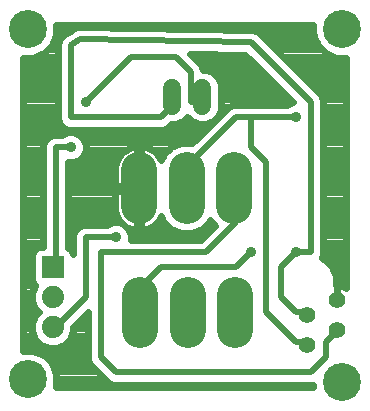
<source format=gbl>
G75*
%MOIN*%
%OFA0B0*%
%FSLAX24Y24*%
%IPPOS*%
%LPD*%
%AMOC8*
5,1,8,0,0,1.08239X$1,22.5*
%
%ADD10C,0.0560*%
%ADD11C,0.0594*%
%ADD12C,0.1185*%
%ADD13R,0.0740X0.0740*%
%ADD14C,0.0740*%
%ADD15C,0.0240*%
%ADD16C,0.0197*%
%ADD17C,0.0357*%
%ADD18C,0.1266*%
D10*
X010248Y007241D03*
X010248Y008241D03*
X011248Y007741D03*
X011248Y008741D03*
D11*
X006769Y015201D02*
X006769Y015795D01*
X005769Y015795D02*
X005769Y015201D01*
D12*
X006241Y013047D02*
X006241Y011862D01*
X007821Y011862D02*
X007821Y013047D01*
X007861Y008913D02*
X007861Y007728D01*
X006281Y007728D02*
X006281Y008913D01*
X004701Y008913D02*
X004701Y007728D01*
X004661Y011862D02*
X004661Y013047D01*
D13*
X001781Y009820D03*
D14*
X001781Y008820D03*
X001781Y007820D03*
D15*
X001900Y005900D02*
X001875Y005840D01*
X010472Y005840D01*
X010472Y005909D01*
X010463Y005905D01*
X003798Y005905D01*
X003645Y005968D01*
X003145Y006468D01*
X003145Y006468D01*
X003029Y006585D01*
X002965Y006737D01*
X002965Y008317D01*
X002467Y007820D01*
X002467Y007683D01*
X002363Y007431D01*
X002170Y007238D01*
X001917Y007133D01*
X001644Y007133D01*
X001392Y007238D01*
X001198Y007431D01*
X001094Y007683D01*
X001094Y007957D01*
X001198Y008209D01*
X001309Y008320D01*
X001198Y008431D01*
X001094Y008683D01*
X001094Y008957D01*
X001198Y009209D01*
X001201Y009212D01*
X001142Y009271D01*
X001094Y009387D01*
X001094Y010253D01*
X001142Y010369D01*
X001231Y010459D01*
X001348Y010507D01*
X001465Y010507D01*
X001465Y013903D01*
X001529Y014055D01*
X001645Y014172D01*
X001798Y014235D01*
X002095Y014235D01*
X002100Y014240D01*
X002282Y014315D01*
X002479Y014315D01*
X002661Y014240D01*
X002801Y014101D01*
X002876Y013919D01*
X002876Y013721D01*
X002801Y013539D01*
X002661Y013400D01*
X002479Y013325D01*
X002296Y013325D01*
X002296Y010473D01*
X002330Y010459D01*
X002419Y010369D01*
X002465Y010258D01*
X002465Y010903D01*
X002529Y011055D01*
X002645Y011172D01*
X002798Y011235D01*
X003595Y011235D01*
X003600Y011240D01*
X003782Y011315D01*
X003979Y011315D01*
X004116Y011259D01*
X004049Y011325D01*
X003984Y011410D01*
X003931Y011502D01*
X003890Y011600D01*
X003863Y011703D01*
X003849Y011809D01*
X003849Y012377D01*
X004584Y012377D01*
X004739Y012377D01*
X004739Y011053D01*
X004820Y011064D01*
X004923Y011091D01*
X005021Y011132D01*
X005114Y011185D01*
X005198Y011250D01*
X005273Y011325D01*
X005338Y011410D01*
X005392Y011502D01*
X005399Y011520D01*
X005470Y011347D01*
X005726Y011091D01*
X006060Y010953D01*
X006422Y010953D01*
X006756Y011091D01*
X007012Y011347D01*
X007031Y011393D01*
X007050Y011347D01*
X007185Y011212D01*
X006709Y010735D01*
X004376Y010735D01*
X004376Y010919D01*
X004301Y011101D01*
X004226Y011176D01*
X004301Y011132D01*
X004400Y011091D01*
X004502Y011064D01*
X004584Y011053D01*
X004584Y012377D01*
X004584Y012532D01*
X004584Y013856D01*
X004502Y013846D01*
X004400Y013818D01*
X004301Y013777D01*
X004209Y013724D01*
X004124Y013659D01*
X004049Y013584D01*
X003984Y013500D01*
X003931Y013407D01*
X003890Y013309D01*
X003863Y013206D01*
X003849Y013100D01*
X003849Y012532D01*
X004584Y012532D01*
X004739Y012532D01*
X004739Y013856D01*
X004820Y013846D01*
X004923Y013818D01*
X005021Y013777D01*
X005114Y013724D01*
X005198Y013659D01*
X005273Y013584D01*
X005338Y013500D01*
X005392Y013407D01*
X005399Y013390D01*
X005470Y013562D01*
X005726Y013818D01*
X006060Y013956D01*
X006422Y013956D01*
X006428Y013954D01*
X007645Y015172D01*
X007798Y015235D01*
X009595Y015235D01*
X009600Y015240D01*
X009782Y015315D01*
X009798Y015315D01*
X008206Y016908D01*
X006348Y016940D01*
X006616Y016672D01*
X006733Y016555D01*
X006793Y016409D01*
X006891Y016409D01*
X007116Y016315D01*
X007289Y016142D01*
X007383Y015917D01*
X007383Y015079D01*
X007289Y014853D01*
X007116Y014681D01*
X006891Y014587D01*
X006647Y014587D01*
X006421Y014681D01*
X006269Y014833D01*
X006116Y014681D01*
X005891Y014587D01*
X005735Y014587D01*
X005733Y014585D01*
X005616Y014468D01*
X005463Y014405D01*
X002298Y014405D01*
X002145Y014468D01*
X002029Y014585D01*
X001965Y014737D01*
X001965Y017179D01*
X001957Y017220D01*
X001965Y017261D01*
X001965Y017303D01*
X001981Y017341D01*
X001990Y017382D01*
X002013Y017417D01*
X002029Y017455D01*
X002058Y017485D01*
X002082Y017520D01*
X002116Y017543D01*
X002145Y017572D01*
X002184Y017588D01*
X002419Y017745D01*
X002452Y017776D01*
X002487Y017790D01*
X002519Y017811D01*
X002563Y017820D01*
X002605Y017837D01*
X002644Y017836D01*
X002681Y017843D01*
X002725Y017835D01*
X008384Y017735D01*
X008463Y017735D01*
X008467Y017734D01*
X008471Y017734D01*
X008543Y017702D01*
X008616Y017672D01*
X008619Y017669D01*
X008622Y017668D01*
X008677Y017611D01*
X010616Y015672D01*
X010733Y015555D01*
X010796Y015403D01*
X010796Y010237D01*
X010745Y010115D01*
X010853Y010070D01*
X011082Y009841D01*
X011207Y009541D01*
X011207Y009241D01*
X011208Y009241D01*
X011248Y009241D01*
X011248Y008741D01*
X011248Y008741D01*
X011248Y009241D01*
X011287Y009241D01*
X011365Y009229D01*
X011439Y009205D01*
X011510Y009169D01*
X011572Y009124D01*
X011572Y016812D01*
X011233Y016812D01*
X010884Y016956D01*
X010617Y017224D01*
X010472Y017573D01*
X010472Y017911D01*
X001900Y017911D01*
X001900Y017573D01*
X001755Y017224D01*
X001488Y016956D01*
X001139Y016812D01*
X000801Y016812D01*
X000801Y007039D01*
X001139Y007039D01*
X001488Y006895D01*
X001755Y006627D01*
X001900Y006278D01*
X001900Y005900D01*
X001889Y005875D02*
X010472Y005875D01*
X011248Y008975D02*
X011248Y008975D01*
X011248Y009214D02*
X011248Y009214D01*
X011412Y009214D02*
X011572Y009214D01*
X011572Y009452D02*
X011207Y009452D01*
X011145Y009691D02*
X011572Y009691D01*
X011572Y009929D02*
X010994Y009929D01*
X010767Y010168D02*
X011572Y010168D01*
X011572Y010406D02*
X010796Y010406D01*
X010796Y010645D02*
X011572Y010645D01*
X011572Y010883D02*
X010796Y010883D01*
X010796Y011122D02*
X011572Y011122D01*
X011572Y011360D02*
X010796Y011360D01*
X010796Y011599D02*
X011572Y011599D01*
X011572Y011837D02*
X010796Y011837D01*
X010796Y012076D02*
X011572Y012076D01*
X011572Y012314D02*
X010796Y012314D01*
X010796Y012553D02*
X011572Y012553D01*
X011572Y012791D02*
X010796Y012791D01*
X010796Y013030D02*
X011572Y013030D01*
X011572Y013268D02*
X010796Y013268D01*
X010796Y013507D02*
X011572Y013507D01*
X011572Y013745D02*
X010796Y013745D01*
X010796Y013984D02*
X011572Y013984D01*
X011572Y014222D02*
X010796Y014222D01*
X010796Y014461D02*
X011572Y014461D01*
X011572Y014699D02*
X010796Y014699D01*
X010796Y014938D02*
X011572Y014938D01*
X011572Y015176D02*
X010796Y015176D01*
X010791Y015415D02*
X011572Y015415D01*
X011572Y015653D02*
X010635Y015653D01*
X010396Y015892D02*
X011572Y015892D01*
X011572Y016130D02*
X010158Y016130D01*
X009919Y016369D02*
X011572Y016369D01*
X011572Y016607D02*
X009681Y016607D01*
X009442Y016846D02*
X011152Y016846D01*
X010757Y017084D02*
X009204Y017084D01*
X008965Y017323D02*
X010576Y017323D01*
X010477Y017561D02*
X008727Y017561D01*
X008268Y016846D02*
X006442Y016846D01*
X006681Y016607D02*
X008506Y016607D01*
X008745Y016369D02*
X006987Y016369D01*
X007294Y016130D02*
X008983Y016130D01*
X009222Y015892D02*
X007383Y015892D01*
X007383Y015653D02*
X009460Y015653D01*
X009699Y015415D02*
X007383Y015415D01*
X007383Y015176D02*
X007655Y015176D01*
X007411Y014938D02*
X007324Y014938D01*
X007172Y014699D02*
X007135Y014699D01*
X006934Y014461D02*
X005598Y014461D01*
X006135Y014699D02*
X006403Y014699D01*
X006695Y014222D02*
X002679Y014222D01*
X002849Y013984D02*
X006457Y013984D01*
X005653Y013745D02*
X005078Y013745D01*
X004739Y013745D02*
X004584Y013745D01*
X004584Y013507D02*
X004739Y013507D01*
X004739Y013268D02*
X004584Y013268D01*
X004584Y013030D02*
X004739Y013030D01*
X004739Y012791D02*
X004584Y012791D01*
X004584Y012553D02*
X004739Y012553D01*
X004739Y012314D02*
X004584Y012314D01*
X004584Y012076D02*
X004739Y012076D01*
X004739Y011837D02*
X004584Y011837D01*
X004584Y011599D02*
X004739Y011599D01*
X004739Y011360D02*
X004584Y011360D01*
X004584Y011122D02*
X004739Y011122D01*
X004996Y011122D02*
X005696Y011122D01*
X005465Y011360D02*
X005300Y011360D01*
X004326Y011122D02*
X004280Y011122D01*
X004376Y010883D02*
X006856Y010883D01*
X006787Y011122D02*
X007095Y011122D01*
X007045Y011360D02*
X007018Y011360D01*
X005447Y013507D02*
X005333Y013507D01*
X004245Y013745D02*
X002876Y013745D01*
X002768Y013507D02*
X003990Y013507D01*
X003879Y013268D02*
X002296Y013268D01*
X002296Y013030D02*
X003849Y013030D01*
X003849Y012791D02*
X002296Y012791D01*
X002296Y012553D02*
X003849Y012553D01*
X003849Y012314D02*
X002296Y012314D01*
X002296Y012076D02*
X003849Y012076D01*
X003849Y011837D02*
X002296Y011837D01*
X002296Y011599D02*
X003891Y011599D01*
X004022Y011360D02*
X002296Y011360D01*
X002296Y011122D02*
X002595Y011122D01*
X002465Y010883D02*
X002296Y010883D01*
X002296Y010645D02*
X002465Y010645D01*
X002465Y010406D02*
X002383Y010406D01*
X001465Y010645D02*
X000801Y010645D01*
X000801Y010883D02*
X001465Y010883D01*
X001465Y011122D02*
X000801Y011122D01*
X000801Y011360D02*
X001465Y011360D01*
X001465Y011599D02*
X000801Y011599D01*
X000801Y011837D02*
X001465Y011837D01*
X001465Y012076D02*
X000801Y012076D01*
X000801Y012314D02*
X001465Y012314D01*
X001465Y012553D02*
X000801Y012553D01*
X000801Y012791D02*
X001465Y012791D01*
X001465Y013030D02*
X000801Y013030D01*
X000801Y013268D02*
X001465Y013268D01*
X001465Y013507D02*
X000801Y013507D01*
X000801Y013745D02*
X001465Y013745D01*
X001499Y013984D02*
X000801Y013984D01*
X000801Y014222D02*
X001766Y014222D01*
X001981Y014699D02*
X000801Y014699D01*
X000801Y014461D02*
X002163Y014461D01*
X001965Y014938D02*
X000801Y014938D01*
X000801Y015176D02*
X001965Y015176D01*
X001965Y015415D02*
X000801Y015415D01*
X000801Y015653D02*
X001965Y015653D01*
X001965Y015892D02*
X000801Y015892D01*
X000801Y016130D02*
X001965Y016130D01*
X001965Y016369D02*
X000801Y016369D01*
X000801Y016607D02*
X001965Y016607D01*
X001965Y016846D02*
X001220Y016846D01*
X001616Y017084D02*
X001965Y017084D01*
X001974Y017323D02*
X001796Y017323D01*
X001895Y017561D02*
X002134Y017561D01*
X001900Y017800D02*
X002501Y017800D01*
X004722Y017800D02*
X010472Y017800D01*
X002965Y008260D02*
X002907Y008260D01*
X002965Y008021D02*
X002669Y008021D01*
X002467Y007783D02*
X002965Y007783D01*
X002965Y007544D02*
X002410Y007544D01*
X002237Y007306D02*
X002965Y007306D01*
X002965Y007067D02*
X000801Y007067D01*
X000801Y007306D02*
X001324Y007306D01*
X001152Y007544D02*
X000801Y007544D01*
X000801Y007783D02*
X001094Y007783D01*
X001120Y008021D02*
X000801Y008021D01*
X000801Y008260D02*
X001249Y008260D01*
X001171Y008498D02*
X000801Y008498D01*
X000801Y008737D02*
X001094Y008737D01*
X001101Y008975D02*
X000801Y008975D01*
X000801Y009214D02*
X001199Y009214D01*
X001094Y009452D02*
X000801Y009452D01*
X000801Y009691D02*
X001094Y009691D01*
X001094Y009929D02*
X000801Y009929D01*
X000801Y010168D02*
X001094Y010168D01*
X001179Y010406D02*
X000801Y010406D01*
X001554Y006829D02*
X002965Y006829D01*
X003026Y006590D02*
X001771Y006590D01*
X001869Y006352D02*
X003262Y006352D01*
X003500Y006113D02*
X001900Y006113D01*
D16*
X001881Y007820D02*
X001781Y007820D01*
X001881Y007820D02*
X002881Y008820D01*
X002881Y010820D01*
X003881Y010820D01*
X003381Y010320D02*
X006881Y010320D01*
X007881Y011320D01*
X007881Y012320D01*
X007821Y012455D01*
X008881Y013320D02*
X008381Y013820D01*
X008381Y014820D01*
X009881Y014820D01*
X010381Y015320D02*
X010381Y010320D01*
X009881Y010320D01*
X009381Y009820D01*
X009381Y008820D01*
X009881Y008320D01*
X010381Y008320D01*
X010248Y008241D01*
X010381Y007320D02*
X009881Y007320D01*
X008881Y008320D01*
X008881Y013320D01*
X008381Y014820D02*
X007881Y014820D01*
X005881Y012820D01*
X006241Y012455D01*
X005381Y014820D02*
X002381Y014820D01*
X002381Y017220D01*
X002681Y017420D01*
X008381Y017320D01*
X010381Y015320D01*
X006881Y015320D02*
X006769Y015498D01*
X006881Y015320D02*
X006381Y015320D01*
X006381Y016320D01*
X005881Y016820D01*
X004381Y016820D01*
X002881Y015320D01*
X002381Y013820D02*
X001881Y013820D01*
X001881Y009820D01*
X001781Y009820D01*
X003381Y010320D02*
X003381Y006820D01*
X003881Y006320D01*
X010381Y006320D01*
X010881Y006820D01*
X010881Y007320D01*
X011381Y007820D01*
X011248Y007741D01*
X010381Y007320D02*
X010248Y007241D01*
X007881Y009820D02*
X008381Y010320D01*
X007881Y009820D02*
X005381Y009820D01*
X004881Y009320D01*
X004881Y008320D01*
X004701Y008320D01*
X005381Y014820D02*
X005881Y015320D01*
X005769Y015498D01*
D17*
X002881Y015320D03*
X002381Y013820D03*
X003881Y010820D03*
X008381Y010320D03*
X009881Y010320D03*
X009881Y014820D03*
D18*
X011422Y017762D03*
X011422Y005989D03*
X000950Y006089D03*
X000950Y017762D03*
M02*

</source>
